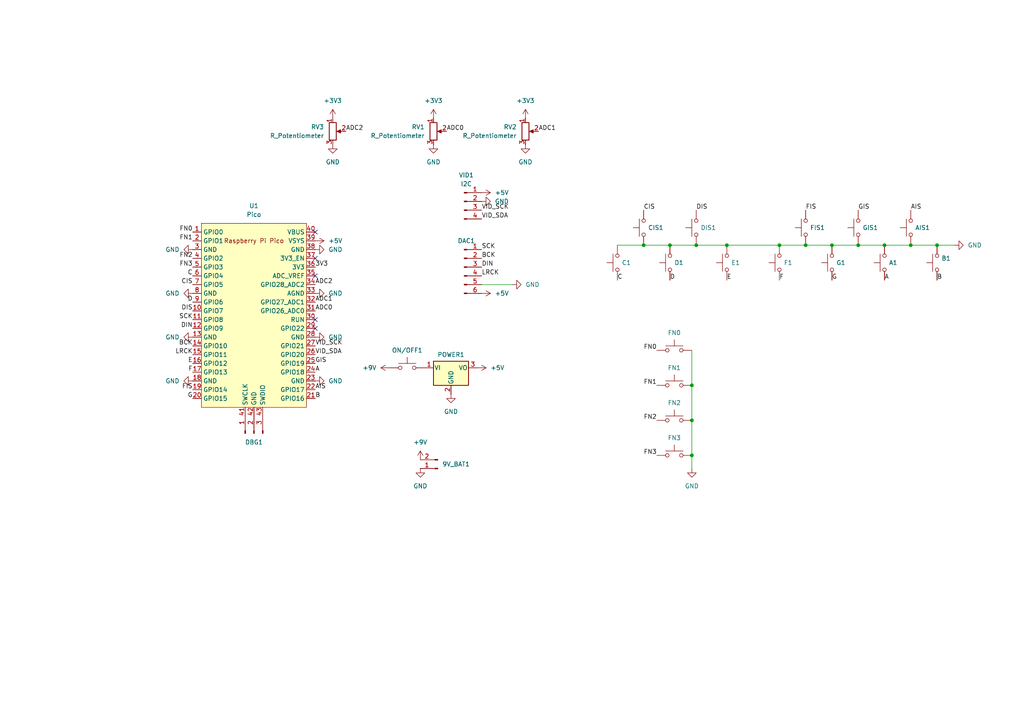
<source format=kicad_sch>
(kicad_sch (version 20231120) (generator "eeschema") (generator_version "8.0")
  (paper "A4")
  (lib_symbols
    (symbol "Connector:Conn_01x02_Pin" (pin_names (offset 1.016) hide)
      (property "Reference" "J" (at 0 2.54 0))
      (property "Value" "Conn_01x02_Pin" (at 0 -5.08 0))
      (symbol "Conn_01x02_Pin_1_1"
        (polyline (pts (xy 1.27 -2.54) (xy 0.8636 -2.54)) (stroke (width 0.1524)))
        (polyline (pts (xy 1.27 0) (xy 0.8636 0)) (stroke (width 0.1524)))
        (rectangle (start 0.8636 -2.413) (end 0 -2.667) (stroke (width 0.1524)) (fill (type outline)))
        (rectangle (start 0.8636 0.127) (end 0 -0.127) (stroke (width 0.1524)) (fill (type outline)))
        (pin passive line (at 5.08 0 180) (length 3.81) (name "Pin_1") (number "1"))
        (pin passive line (at 5.08 -2.54 180) (length 3.81) (name "Pin_2") (number "2"))
      )
    )
    (symbol "Connector:Conn_01x03_Pin" (pin_names (offset 1.016) hide)
      (property "Reference" "J" (at 0 5.08 0))
      (property "Value" "Conn_01x03_Pin" (at 0 -5.08 0))
      (symbol "Conn_01x03_Pin_1_1"
        (polyline (pts (xy 1.27 -2.54) (xy 0.8636 -2.54)) (stroke (width 0.1524)))
        (polyline (pts (xy 1.27 0) (xy 0.8636 0)) (stroke (width 0.1524)))
        (polyline (pts (xy 1.27 2.54) (xy 0.8636 2.54)) (stroke (width 0.1524)))
        (rectangle (start 0.8636 -2.413) (end 0 -2.667) (stroke (width 0.1524)) (fill (type outline)))
        (rectangle (start 0.8636 0.127) (end 0 -0.127) (stroke (width 0.1524)) (fill (type outline)))
        (rectangle (start 0.8636 2.667) (end 0 2.413) (stroke (width 0.1524)) (fill (type outline)))
        (pin passive line (at 5.08 2.54 180) (length 3.81) (name "Pin_1") (number "1"))
        (pin passive line (at 5.08 0 180) (length 3.81) (name "Pin_2") (number "2"))
        (pin passive line (at 5.08 -2.54 180) (length 3.81) (name "Pin_3") (number "3"))
      )
    )
    (symbol "Connector:Conn_01x04_Pin" (pin_names (offset 1.016) hide)
      (property "Reference" "J" (at 0 5.08 0))
      (property "Value" "Conn_01x04_Pin" (at 0 -7.62 0))
      (symbol "Conn_01x04_Pin_1_1"
        (polyline (pts (xy 1.27 -5.08) (xy 0.8636 -5.08)) (stroke (width 0.1524)))
        (polyline (pts (xy 1.27 -2.54) (xy 0.8636 -2.54)) (stroke (width 0.1524)))
        (polyline (pts (xy 1.27 0) (xy 0.8636 0)) (stroke (width 0.1524)))
        (polyline (pts (xy 1.27 2.54) (xy 0.8636 2.54)) (stroke (width 0.1524)))
        (rectangle (start 0.8636 -4.953) (end 0 -5.207) (stroke (width 0.1524)) (fill (type outline)))
        (rectangle (start 0.8636 -2.413) (end 0 -2.667) (stroke (width 0.1524)) (fill (type outline)))
        (rectangle (start 0.8636 0.127) (end 0 -0.127) (stroke (width 0.1524)) (fill (type outline)))
        (rectangle (start 0.8636 2.667) (end 0 2.413) (stroke (width 0.1524)) (fill (type outline)))
        (pin passive line (at 5.08 2.54 180) (length 3.81) (name "Pin_1") (number "1"))
        (pin passive line (at 5.08 0 180) (length 3.81) (name "Pin_2") (number "2"))
        (pin passive line (at 5.08 -2.54 180) (length 3.81) (name "Pin_3") (number "3"))
        (pin passive line (at 5.08 -5.08 180) (length 3.81) (name "Pin_4") (number "4"))
      )
    )
    (symbol "Connector:Conn_01x06_Pin" (pin_names (offset 1.016) hide)
      (property "Reference" "J" (at 0 7.62 0))
      (property "Value" "Conn_01x06_Pin" (at 0 -10.16 0))
      (symbol "Conn_01x06_Pin_1_1"
        (polyline (pts (xy 1.27 -7.62) (xy 0.8636 -7.62)) (stroke (width 0.1524)))
        (polyline (pts (xy 1.27 -5.08) (xy 0.8636 -5.08)) (stroke (width 0.1524)))
        (polyline (pts (xy 1.27 -2.54) (xy 0.8636 -2.54)) (stroke (width 0.1524)))
        (polyline (pts (xy 1.27 0) (xy 0.8636 0)) (stroke (width 0.1524)))
        (polyline (pts (xy 1.27 2.54) (xy 0.8636 2.54)) (stroke (width 0.1524)))
        (polyline (pts (xy 1.27 5.08) (xy 0.8636 5.08)) (stroke (width 0.1524)))
        (rectangle (start 0.8636 -7.493) (end 0 -7.747) (stroke (width 0.1524)) (fill (type outline)))
        (rectangle (start 0.8636 -4.953) (end 0 -5.207) (stroke (width 0.1524)) (fill (type outline)))
        (rectangle (start 0.8636 -2.413) (end 0 -2.667) (stroke (width 0.1524)) (fill (type outline)))
        (rectangle (start 0.8636 0.127) (end 0 -0.127) (stroke (width 0.1524)) (fill (type outline)))
        (rectangle (start 0.8636 2.667) (end 0 2.413) (stroke (width 0.1524)) (fill (type outline)))
        (rectangle (start 0.8636 5.207) (end 0 4.953) (stroke (width 0.1524)) (fill (type outline)))
        (pin passive line (at 5.08 5.08 180) (length 3.81) (name "Pin_1") (number "1"))
        (pin passive line (at 5.08 2.54 180) (length 3.81) (name "Pin_2") (number "2"))
        (pin passive line (at 5.08 0 180) (length 3.81) (name "Pin_3") (number "3"))
        (pin passive line (at 5.08 -2.54 180) (length 3.81) (name "Pin_4") (number "4"))
        (pin passive line (at 5.08 -5.08 180) (length 3.81) (name "Pin_5") (number "5"))
        (pin passive line (at 5.08 -7.62 180) (length 3.81) (name "Pin_6") (number "6"))
      )
    )
    (symbol "Device:R_Potentiometer" (pin_names (offset 1.016) hide)
      (property "Reference" "RV" (at -4.445 0 90))
      (property "Value" "R_Potentiometer" (at -2.54 0 90))
      (symbol "R_Potentiometer_0_1"
        (polyline (pts (xy 2.54 0) (xy 1.524 0)))
        (polyline (pts (xy 1.143 0) (xy 2.286 0.508) (xy 2.286 -0.508) (xy 1.143 0)) (fill (type outline)))
        (rectangle (start 1.016 2.54) (end -1.016 -2.54) (stroke (width 0.254)))
      )
      (symbol "R_Potentiometer_1_1"
        (pin passive line (at 0 3.81 270) (length 1.27) (name "1") (number "1"))
        (pin passive line (at 3.81 0 180) (length 1.27) (name "2") (number "2"))
        (pin passive line (at 0 -3.81 90) (length 1.27) (name "3") (number "3"))
      )
    )
    (symbol "Regulator_Linear:LM7805_TO220" (pin_names (offset 0.254))
      (property "Reference" "U" (at -3.81 3.175 0))
      (property "Value" "LM7805_TO220" (at 0 3.175 0))
      (symbol "LM7805_TO220_0_1"
        (rectangle (start -5.08 1.905) (end 5.08 -5.08) (stroke (width 0.254)) (fill (type background)))
      )
      (symbol "LM7805_TO220_1_1"
        (pin power_in line (at -7.62 0 0) (length 2.54) (name "VI") (number "1"))
        (pin power_in line (at 0 -7.62 90) (length 2.54) (name "GND") (number "2"))
        (pin power_out line (at 7.62 0 180) (length 2.54) (name "VO") (number "3"))
      )
    )
    (symbol "Switch:SW_Push" (pin_numbers hide) (pin_names (offset 1.016) hide)
      (property "Reference" "SW" (at 1.27 2.54 0))
      (property "Value" "SW_Push" (at 0 -1.524 0))
      (symbol "SW_Push_0_1"
        (circle (center -2.032 0) (radius 0.508))
        (polyline (pts (xy 0 1.27) (xy 0 3.048)))
        (polyline (pts (xy 2.54 1.27) (xy -2.54 1.27)))
        (circle (center 2.032 0) (radius 0.508))
        (pin passive line (at -5.08 0 0) (length 2.54) (name "1") (number "1"))
        (pin passive line (at 5.08 0 180) (length 2.54) (name "2") (number "2"))
      )
    )
    (symbol "pico:Pico"
      (property "Reference" "U" (at -13.97 27.94 0))
      (property "Value" "Pico" (at 0 19.05 0))
      (symbol "Pico_0_0"
        (text "Raspberry Pi Pico" (at 0 21.59 0) (effects (font (size 1.27 1.27))))
      )
      (symbol "Pico_0_1"
        (rectangle (start -15.24 26.67) (end 15.24 -26.67) (fill (type background)))
      )
      (symbol "Pico_1_1"
        (pin bidirectional line (at -17.78 24.13 0) (length 2.54) (name "GPIO0") (number "1"))
        (pin bidirectional line (at -17.78 1.27 0) (length 2.54) (name "GPIO7") (number "10"))
        (pin bidirectional line (at -17.78 -1.27 0) (length 2.54) (name "GPIO8") (number "11"))
        (pin bidirectional line (at -17.78 -3.81 0) (length 2.54) (name "GPIO9") (number "12"))
        (pin power_in line (at -17.78 -6.35 0) (length 2.54) (name "GND") (number "13"))
        (pin bidirectional line (at -17.78 -8.89 0) (length 2.54) (name "GPIO10") (number "14"))
        (pin bidirectional line (at -17.78 -11.43 0) (length 2.54) (name "GPIO11") (number "15"))
        (pin bidirectional line (at -17.78 -13.97 0) (length 2.54) (name "GPIO12") (number "16"))
        (pin bidirectional line (at -17.78 -16.51 0) (length 2.54) (name "GPIO13") (number "17"))
        (pin power_in line (at -17.78 -19.05 0) (length 2.54) (name "GND") (number "18"))
        (pin bidirectional line (at -17.78 -21.59 0) (length 2.54) (name "GPIO14") (number "19"))
        (pin bidirectional line (at -17.78 21.59 0) (length 2.54) (name "GPIO1") (number "2"))
        (pin bidirectional line (at -17.78 -24.13 0) (length 2.54) (name "GPIO15") (number "20"))
        (pin bidirectional line (at 17.78 -24.13 180) (length 2.54) (name "GPIO16") (number "21"))
        (pin bidirectional line (at 17.78 -21.59 180) (length 2.54) (name "GPIO17") (number "22"))
        (pin power_in line (at 17.78 -19.05 180) (length 2.54) (name "GND") (number "23"))
        (pin bidirectional line (at 17.78 -16.51 180) (length 2.54) (name "GPIO18") (number "24"))
        (pin bidirectional line (at 17.78 -13.97 180) (length 2.54) (name "GPIO19") (number "25"))
        (pin bidirectional line (at 17.78 -11.43 180) (length 2.54) (name "GPIO20") (number "26"))
        (pin bidirectional line (at 17.78 -8.89 180) (length 2.54) (name "GPIO21") (number "27"))
        (pin power_in line (at 17.78 -6.35 180) (length 2.54) (name "GND") (number "28"))
        (pin bidirectional line (at 17.78 -3.81 180) (length 2.54) (name "GPIO22") (number "29"))
        (pin power_in line (at -17.78 19.05 0) (length 2.54) (name "GND") (number "3"))
        (pin input line (at 17.78 -1.27 180) (length 2.54) (name "RUN") (number "30"))
        (pin bidirectional line (at 17.78 1.27 180) (length 2.54) (name "GPIO26_ADC0") (number "31"))
        (pin bidirectional line (at 17.78 3.81 180) (length 2.54) (name "GPIO27_ADC1") (number "32"))
        (pin power_in line (at 17.78 6.35 180) (length 2.54) (name "AGND") (number "33"))
        (pin bidirectional line (at 17.78 8.89 180) (length 2.54) (name "GPIO28_ADC2") (number "34"))
        (pin power_in line (at 17.78 11.43 180) (length 2.54) (name "ADC_VREF") (number "35"))
        (pin power_in line (at 17.78 13.97 180) (length 2.54) (name "3V3") (number "36"))
        (pin input line (at 17.78 16.51 180) (length 2.54) (name "3V3_EN") (number "37"))
        (pin bidirectional line (at 17.78 19.05 180) (length 2.54) (name "GND") (number "38"))
        (pin power_in line (at 17.78 21.59 180) (length 2.54) (name "VSYS") (number "39"))
        (pin bidirectional line (at -17.78 16.51 0) (length 2.54) (name "GPIO2") (number "4"))
        (pin power_in line (at 17.78 24.13 180) (length 2.54) (name "VBUS") (number "40"))
        (pin input line (at -2.54 -29.21 90) (length 2.54) (name "SWCLK") (number "41"))
        (pin power_in line (at 0 -29.21 90) (length 2.54) (name "GND") (number "42"))
        (pin bidirectional line (at 2.54 -29.21 90) (length 2.54) (name "SWDIO") (number "43"))
        (pin bidirectional line (at -17.78 13.97 0) (length 2.54) (name "GPIO3") (number "5"))
        (pin bidirectional line (at -17.78 11.43 0) (length 2.54) (name "GPIO4") (number "6"))
        (pin bidirectional line (at -17.78 8.89 0) (length 2.54) (name "GPIO5") (number "7"))
        (pin power_in line (at -17.78 6.35 0) (length 2.54) (name "GND") (number "8"))
        (pin bidirectional line (at -17.78 3.81 0) (length 2.54) (name "GPIO6") (number "9"))
      )
    )
    (symbol "power:+3V3" (power) (pin_numbers hide) (pin_names (offset 0) hide)
      (property "Value" "+3V3" (at 0 3.556 0))
      (symbol "+3V3_0_1"
        (polyline (pts (xy -0.762 1.27) (xy 0 2.54)))
        (polyline (pts (xy 0 0) (xy 0 2.54)))
        (polyline (pts (xy 0 2.54) (xy 0.762 1.27)))
      )
      (symbol "+3V3_1_1"
        (pin power_in line (at 0 0 90) (length 0) (name "~") (number "1"))
      )
    )
    (symbol "power:+5V" (power) (pin_numbers hide) (pin_names (offset 0) hide)
      (property "Value" "+5V" (at 0 3.556 0))
      (symbol "+5V_0_1"
        (polyline (pts (xy -0.762 1.27) (xy 0 2.54)))
        (polyline (pts (xy 0 0) (xy 0 2.54)))
        (polyline (pts (xy 0 2.54) (xy 0.762 1.27)))
      )
      (symbol "+5V_1_1"
        (pin power_in line (at 0 0 90) (length 0) (name "~") (number "1"))
      )
    )
    (symbol "power:+9V" (power) (pin_numbers hide) (pin_names (offset 0) hide)
      (property "Value" "+9V" (at 0 3.556 0))
      (symbol "+9V_0_1"
        (polyline (pts (xy -0.762 1.27) (xy 0 2.54)))
        (polyline (pts (xy 0 0) (xy 0 2.54)))
        (polyline (pts (xy 0 2.54) (xy 0.762 1.27)))
      )
      (symbol "+9V_1_1"
        (pin power_in line (at 0 0 90) (length 0) (name "~") (number "1"))
      )
    )
    (symbol "power:GND" (power) (pin_numbers hide) (pin_names (offset 0) hide)
      (property "Value" "GND" (at 0 -3.81 0))
      (symbol "GND_0_1"
        (polyline (pts (xy 0 0) (xy 0 -1.27) (xy 1.27 -1.27) (xy 0 -2.54) (xy -1.27 -1.27) (xy 0 -1.27)))
      )
      (symbol "GND_1_1"
        (pin power_in line (at 0 0 270) (length 0) (name "~") (number "1"))
      )
    )
  )
  (junction (at 200.66 121.92))
  (junction (at 194.31 71.12))
  (junction (at 248.92 71.12))
  (junction (at 233.68 71.12))
  (junction (at 264.16 71.12))
  (junction (at 200.66 132.08))
  (junction (at 256.54 71.12))
  (junction (at 271.78 71.12))
  (junction (at 226.06 71.12))
  (junction (at 186.69 71.12))
  (junction (at 241.3 71.12))
  (junction (at 210.82 71.12))
  (junction (at 201.93 71.12))
  (junction (at 200.66 111.76))
  (no_connect (at 91.44 92.71))
  (no_connect (at 91.44 67.31))
  (no_connect (at 91.44 80.01))
  (no_connect (at 91.44 74.93))
  (no_connect (at 91.44 95.25))
  (wire (pts (xy 186.69 71.12) (xy 194.31 71.12)))
  (wire (pts (xy 271.78 71.12) (xy 276.86 71.12)))
  (wire (pts (xy 233.68 71.12) (xy 241.3 71.12)))
  (wire (pts (xy 200.66 121.92) (xy 200.66 132.08)))
  (wire (pts (xy 226.06 71.12) (xy 233.68 71.12)))
  (wire (pts (xy 248.92 71.12) (xy 256.54 71.12)))
  (wire (pts (xy 179.07 71.12) (xy 186.69 71.12)))
  (wire (pts (xy 200.66 101.6) (xy 200.66 111.76)))
  (wire (pts (xy 139.7 82.55) (xy 148.59 82.55)))
  (wire (pts (xy 201.93 71.12) (xy 210.82 71.12)))
  (wire (pts (xy 241.3 71.12) (xy 248.92 71.12)))
  (wire (pts (xy 200.66 111.76) (xy 200.66 121.92)))
  (wire (pts (xy 264.16 71.12) (xy 271.78 71.12)))
  (wire (pts (xy 210.82 71.12) (xy 226.06 71.12)))
  (wire (pts (xy 200.66 132.08) (xy 200.66 135.89)))
  (wire (pts (xy 194.31 71.12) (xy 201.93 71.12)))
  (wire (pts (xy 256.54 71.12) (xy 264.16 71.12)))
  (label "FN0" (at 190.5 101.6 180))
  (label "E" (at 210.82 81.28 0))
  (label "SCK" (at 55.88 92.71 180))
  (label "LRCK" (at 139.7 80.01 0))
  (label "CIS" (at 186.69 60.96 0))
  (label "FN3" (at 55.88 77.47 180))
  (label "ADC0" (at 129.54 38.1 0))
  (label "VID_SCK" (at 91.44 100.33 0))
  (label "SCK" (at 139.7 72.39 0))
  (label "ADC0" (at 91.44 90.17 0))
  (label "B" (at 271.78 81.28 0))
  (label "A" (at 91.44 107.95 0))
  (label "FN0" (at 55.88 67.31 180))
  (label "F" (at 55.88 107.95 180))
  (label "E" (at 55.88 105.41 180))
  (label "GIS" (at 91.44 105.41 0))
  (label "VID_SCK" (at 139.7 60.96 0))
  (label "C" (at 55.88 80.01 180))
  (label "LRCK" (at 55.88 102.87 180))
  (label "A" (at 256.54 81.28 0))
  (label "AIS" (at 91.44 113.03 0))
  (label "VID_SDA" (at 91.44 102.87 0))
  (label "FN2" (at 55.88 74.93 180))
  (label "FN3" (at 190.5 132.08 180))
  (label "B" (at 91.44 115.57 0))
  (label "FN1" (at 55.88 69.85 180))
  (label "D" (at 55.88 87.63 180))
  (label "DIS" (at 55.88 90.17 180))
  (label "FN2" (at 190.5 121.92 180))
  (label "DIN" (at 139.7 77.47 0))
  (label "G" (at 241.3 81.28 0))
  (label "FN1" (at 190.5 111.76 180))
  (label "BCK" (at 55.88 100.33 180))
  (label "F" (at 226.06 81.28 0))
  (label "GIS" (at 248.92 60.96 0))
  (label "BCK" (at 139.7 74.93 0))
  (label "C" (at 179.07 81.28 0))
  (label "CIS" (at 55.88 82.55 180))
  (label "ADC2" (at 91.44 82.55 0))
  (label "DIN" (at 55.88 95.25 180))
  (label "3V3" (at 91.44 77.47 0))
  (label "D" (at 194.31 81.28 0))
  (label "G" (at 55.88 115.57 180))
  (label "DIS" (at 201.93 60.96 0))
  (label "AIS" (at 264.16 60.96 0))
  (label "ADC1" (at 156.21 38.1 0))
  (label "FIS" (at 233.68 60.96 0))
  (label "FIS" (at 55.88 113.03 180))
  (label "ADC2" (at 100.33 38.1 0))
  (label "VID_SDA" (at 139.7 63.5 0))
  (label "ADC1" (at 91.44 87.63 0))
  (symbol (lib_id "power:GND") (at 276.86 71.12 90) (unit 1)
    (property "Reference" "#PWR010" (effects (hide yes)))
    (property "Value" "GND" (at 280.67 71.1199 90) (effects (justify right)))
    (property "Description" "Power symbol creates a global label with name \"GND\" , ground" (effects (hide yes)))
  )
  (symbol (lib_id "power:GND") (at 91.44 72.39 90) (unit 1)
    (property "Reference" "#PWR015" (effects (hide yes)))
    (property "Value" "GND" (at 95.25 72.3899 90) (effects (justify right)))
    (property "Description" "Power symbol creates a global label with name \"GND\" , ground" (effects (hide yes)))
  )
  (symbol (lib_id "Regulator_Linear:LM7805_TO220") (at 130.81 106.68 0) (unit 1)
    (property "Reference" "POWER1" (at 130.81 102.87 0))
    (property "Value" "LM7805_TO220" (effects (hide yes)))
    (property "Footprint" "Package_TO_SOT_THT:TO-220-3_Horizontal_TabDown" (effects (hide yes)))
    (property "Datasheet" "https://www.onsemi.cn/PowerSolutions/document/MC7800-D.PDF" (effects (hide yes)))
    (property "Description" "Positive 1A 35V Linear Regulator, Fixed Output 5V, TO-220" (effects (hide yes)))
  )
  (symbol (lib_id "power:+3V3") (at 96.52 34.29 0) (unit 1)
    (property "Reference" "#PWR019" (effects (hide yes)))
    (property "Value" "+3V3" (at 96.52 29.21 0))
    (property "Description" "Power symbol creates a global label with name \"+3V3\"" (effects (hide yes)))
  )
  (symbol (lib_id "power:+3V3") (at 125.73 34.29 0) (unit 1)
    (property "Reference" "#PWR021" (effects (hide yes)))
    (property "Value" "+3V3" (at 125.73 29.21 0))
    (property "Description" "Power symbol creates a global label with name \"+3V3\"" (effects (hide yes)))
  )
  (symbol (lib_id "power:GND") (at 55.88 97.79 270) (unit 1)
    (property "Reference" "#PWR01" (effects (hide yes)))
    (property "Value" "GND" (at 52.07 97.7899 90) (effects (justify right)))
    (property "Description" "Power symbol creates a global label with name \"GND\" , ground" (effects (hide yes)))
  )
  (symbol (lib_id "Switch:SW_Push") (at 186.69 66.04 90) (unit 1)
    (property "Reference" "CIS1" (at 187.96 66.0399 90) (effects (justify right)))
    (property "Value" "SW_Push" (effects (hide yes)))
    (property "Footprint" "rytmos:KAILH_MUTE" (effects (hide yes)))
    (property "Description" "Push button switch, generic, two pins" (effects (hide yes)))
  )
  (symbol (lib_id "Switch:SW_Push") (at 210.82 76.2 90) (unit 1)
    (property "Reference" "E1" (at 212.09 76.1999 90) (effects (justify right)))
    (property "Value" "SW_Push" (effects (hide yes)))
    (property "Footprint" "rytmos:KAILH_MUTE" (effects (hide yes)))
    (property "Description" "Push button switch, generic, two pins" (effects (hide yes)))
  )
  (symbol (lib_id "power:GND") (at 55.88 85.09 270) (unit 1)
    (property "Reference" "#PWR016" (effects (hide yes)))
    (property "Value" "GND" (at 52.07 85.0899 90) (effects (justify right)))
    (property "Description" "Power symbol creates a global label with name \"GND\" , ground" (effects (hide yes)))
  )
  (symbol (lib_id "Switch:SW_Push") (at 195.58 132.08 0) (unit 1)
    (property "Reference" "FN3" (at 195.58 127 0))
    (property "Value" "SW_Push" (effects (hide yes)))
    (property "Footprint" "rytmos:KAILH_MUTE" (effects (hide yes)))
    (property "Description" "Push button switch, generic, two pins" (effects (hide yes)))
  )
  (symbol (lib_id "power:GND") (at 130.81 114.3 0) (unit 1)
    (property "Reference" "#PWR07" (effects (hide yes)))
    (property "Value" "GND" (at 130.81 119.38 0))
    (property "Description" "Power symbol creates a global label with name \"GND\" , ground" (effects (hide yes)))
  )
  (symbol (lib_id "pico:Pico") (at 73.66 91.44 0) (unit 1)
    (property "Reference" "U1" (at 73.66 59.69 0))
    (property "Value" "Pico" (at 73.66 62.23 0))
    (property "Footprint" "MCU_RaspberryPi_and_Boards:RPi_Pico_SMD_TH" (effects (hide yes)))
  )
  (symbol (lib_id "Switch:SW_Push") (at 194.31 76.2 90) (unit 1)
    (property "Reference" "D1" (at 195.58 76.1999 90) (effects (justify right)))
    (property "Value" "SW_Push" (effects (hide yes)))
    (property "Footprint" "rytmos:KAILH_MUTE" (effects (hide yes)))
    (property "Description" "Push button switch, generic, two pins" (effects (hide yes)))
  )
  (symbol (lib_id "power:+5V") (at 139.7 55.88 270) (unit 1)
    (property "Reference" "#PWR025" (effects (hide yes)))
    (property "Value" "+5V" (at 143.51 55.8799 90) (effects (justify left)))
    (property "Description" "Power symbol creates a global label with name \"+5V\"" (effects (hide yes)))
  )
  (symbol (lib_id "Device:R_Potentiometer") (at 125.73 38.1 0) (unit 1)
    (property "Reference" "RV1" (at 123.19 36.8299 0) (effects (justify right)))
    (property "Value" "R_Potentiometer" (at 123.19 39.3699 0) (effects (justify right)))
    (property "Footprint" "Connector_PinHeader_2.54mm:PinHeader_1x03_P2.54mm_Vertical" (effects (hide yes)))
    (property "Description" "Potentiometer" (effects (hide yes)))
  )
  (symbol (lib_id "Switch:SW_Push") (at 195.58 111.76 0) (unit 1)
    (property "Reference" "FN1" (at 195.58 106.68 0))
    (property "Value" "SW_Push" (effects (hide yes)))
    (property "Footprint" "rytmos:KAILH_MUTE" (effects (hide yes)))
    (property "Description" "Push button switch, generic, two pins" (effects (hide yes)))
  )
  (symbol (lib_id "power:GND") (at 91.44 97.79 90) (unit 1)
    (property "Reference" "#PWR03" (effects (hide yes)))
    (property "Value" "GND" (at 95.25 97.7899 90) (effects (justify right)))
    (property "Description" "Power symbol creates a global label with name \"GND\" , ground" (effects (hide yes)))
  )
  (symbol (lib_id "Connector:Conn_01x06_Pin") (at 134.62 77.47 0) (unit 1)
    (property "Reference" "DAC1" (at 135.255 69.85 0))
    (property "Value" "DAC" (effects (hide yes)))
    (property "Footprint" "rytmos:PCM5102_BREAKOUT" (effects (hide yes)))
    (property "Description" "Generic connector, single row, 01x06, script generated" (effects (hide yes)))
  )
  (symbol (lib_id "Switch:SW_Push") (at 233.68 66.04 90) (unit 1)
    (property "Reference" "FIS1" (at 234.95 66.0399 90) (effects (justify right)))
    (property "Value" "SW_Push" (effects (hide yes)))
    (property "Footprint" "rytmos:KAILH_MUTE" (effects (hide yes)))
    (property "Description" "Push button switch, generic, two pins" (effects (hide yes)))
  )
  (symbol (lib_id "power:GND") (at 96.52 41.91 0) (unit 1)
    (property "Reference" "#PWR020" (effects (hide yes)))
    (property "Value" "GND" (at 96.52 46.99 0))
    (property "Description" "Power symbol creates a global label with name \"GND\" , ground" (effects (hide yes)))
  )
  (symbol (lib_id "power:GND") (at 152.4 41.91 0) (unit 1)
    (property "Reference" "#PWR024" (effects (hide yes)))
    (property "Value" "GND" (at 152.4 46.99 0))
    (property "Description" "Power symbol creates a global label with name \"GND\" , ground" (effects (hide yes)))
  )
  (symbol (lib_id "power:+9V") (at 121.92 133.35 0) (unit 1)
    (property "Reference" "#PWR04" (effects (hide yes)))
    (property "Value" "+9V" (at 121.92 128.27 0))
    (property "Description" "Power symbol creates a global label with name \"+9V\"" (effects (hide yes)))
  )
  (symbol (lib_id "Switch:SW_Push") (at 264.16 66.04 90) (unit 1)
    (property "Reference" "AIS1" (at 265.43 66.0399 90) (effects (justify right)))
    (property "Value" "SW_Push" (effects (hide yes)))
    (property "Footprint" "rytmos:KAILH_MUTE" (effects (hide yes)))
    (property "Description" "Push button switch, generic, two pins" (effects (hide yes)))
  )
  (symbol (lib_id "Switch:SW_Push") (at 195.58 121.92 0) (unit 1)
    (property "Reference" "FN2" (at 195.58 116.84 0))
    (property "Value" "SW_Push" (effects (hide yes)))
    (property "Footprint" "rytmos:KAILH_MUTE" (effects (hide yes)))
    (property "Description" "Push button switch, generic, two pins" (effects (hide yes)))
  )
  (symbol (lib_id "Switch:SW_Push") (at 201.93 66.04 90) (unit 1)
    (property "Reference" "DIS1" (at 203.2 66.0399 90) (effects (justify right)))
    (property "Value" "SW_Push" (effects (hide yes)))
    (property "Footprint" "rytmos:KAILH_MUTE" (effects (hide yes)))
    (property "Description" "Push button switch, generic, two pins" (effects (hide yes)))
  )
  (symbol (lib_id "Switch:SW_Push") (at 118.11 106.68 0) (unit 1)
    (property "Reference" "ON/OFF1" (at 118.11 101.6 0))
    (property "Value" "SW_Push" (effects (hide yes)))
    (property "Footprint" "Connector_PinHeader_2.54mm:PinHeader_1x03_P2.54mm_Vertical" (effects (hide yes)))
    (property "Description" "Push button switch, generic, two pins" (effects (hide yes)))
  )
  (symbol (lib_id "power:GND") (at 200.66 135.89 0) (unit 1)
    (property "Reference" "#PWR011" (effects (hide yes)))
    (property "Value" "GND" (at 200.66 140.97 0))
    (property "Description" "Power symbol creates a global label with name \"GND\" , ground" (effects (hide yes)))
  )
  (symbol (lib_id "Switch:SW_Push") (at 241.3 76.2 90) (unit 1)
    (property "Reference" "G1" (at 242.57 76.1999 90) (effects (justify right)))
    (property "Value" "SW_Push" (effects (hide yes)))
    (property "Footprint" "rytmos:KAILH_MUTE" (effects (hide yes)))
    (property "Description" "Push button switch, generic, two pins" (effects (hide yes)))
  )
  (symbol (lib_id "power:GND") (at 91.44 85.09 90) (unit 1)
    (property "Reference" "#PWR017" (effects (hide yes)))
    (property "Value" "GND" (at 95.25 85.0899 90) (effects (justify right)))
    (property "Description" "Power symbol creates a global label with name \"GND\" , ground" (effects (hide yes)))
  )
  (symbol (lib_id "Switch:SW_Push") (at 195.58 101.6 0) (unit 1)
    (property "Reference" "FN0" (at 195.58 96.52 0))
    (property "Value" "SW_Push" (effects (hide yes)))
    (property "Footprint" "rytmos:KAILH_MUTE" (effects (hide yes)))
    (property "Description" "Push button switch, generic, two pins" (effects (hide yes)))
  )
  (symbol (lib_id "Switch:SW_Push") (at 248.92 66.04 90) (unit 1)
    (property "Reference" "GIS1" (at 250.19 66.0399 90) (effects (justify right)))
    (property "Value" "SW_Push" (effects (hide yes)))
    (property "Footprint" "rytmos:KAILH_MUTE" (effects (hide yes)))
    (property "Description" "Push button switch, generic, two pins" (effects (hide yes)))
  )
  (symbol (lib_id "Device:R_Potentiometer") (at 152.4 38.1 0) (unit 1)
    (property "Reference" "RV2" (at 149.86 36.8299 0) (effects (justify right)))
    (property "Value" "R_Potentiometer" (at 149.86 39.3699 0) (effects (justify right)))
    (property "Footprint" "Connector_PinHeader_2.54mm:PinHeader_1x03_P2.54mm_Vertical" (effects (hide yes)))
    (property "Description" "Potentiometer" (effects (hide yes)))
  )
  (symbol (lib_id "power:+3V3") (at 152.4 34.29 0) (unit 1)
    (property "Reference" "#PWR023" (effects (hide yes)))
    (property "Value" "+3V3" (at 152.4 29.21 0))
    (property "Description" "Power symbol creates a global label with name \"+3V3\"" (effects (hide yes)))
  )
  (symbol (lib_id "Device:R_Potentiometer") (at 96.52 38.1 0) (unit 1)
    (property "Reference" "RV3" (at 93.98 36.8299 0) (effects (justify right)))
    (property "Value" "R_Potentiometer" (at 93.98 39.3699 0) (effects (justify right)))
    (property "Footprint" "Connector_PinHeader_2.54mm:PinHeader_1x03_P2.54mm_Vertical" (effects (hide yes)))
    (property "Description" "Potentiometer" (effects (hide yes)))
  )
  (symbol (lib_id "power:GND") (at 139.7 58.42 90) (unit 1)
    (property "Reference" "#PWR026" (effects (hide yes)))
    (property "Value" "GND" (at 143.51 58.4199 90) (effects (justify right)))
    (property "Description" "Power symbol creates a global label with name \"GND\" , ground" (effects (hide yes)))
  )
  (symbol (lib_id "Connector:Conn_01x02_Pin") (at 127 135.89 180) (unit 1)
    (property "Reference" "9V_BAT1" (at 128.27 134.6199 0) (effects (justify right)))
    (property "Value" "Conn_01x02_Pin" (effects (hide yes)))
    (property "Footprint" "Connector_PinSocket_2.54mm:PinSocket_1x02_P2.54mm_Vertical" (effects (hide yes)))
    (property "Description" "Generic connector, single row, 01x02, script generated" (effects (hide yes)))
  )
  (symbol (lib_id "power:+5V") (at 138.43 106.68 270) (unit 1)
    (property "Reference" "#PWR08" (effects (hide yes)))
    (property "Value" "+5V" (at 142.24 106.6799 90) (effects (justify left)))
    (property "Description" "Power symbol creates a global label with name \"+5V\"" (effects (hide yes)))
  )
  (symbol (lib_id "Connector:Conn_01x04_Pin") (at 134.62 58.42 0) (unit 1)
    (property "Reference" "VID1" (at 135.255 50.8 0))
    (property "Value" "I2C" (at 135.255 53.34 0))
    (property "Footprint" "Connector_PinHeader_2.54mm:PinHeader_1x04_P2.54mm_Vertical" (effects (hide yes)))
    (property "Description" "Generic connector, single row, 01x04, script generated" (effects (hide yes)))
  )
  (symbol (lib_id "Switch:SW_Push") (at 179.07 76.2 90) (unit 1)
    (property "Reference" "C1" (at 180.34 76.1999 90) (effects (justify right)))
    (property "Value" "SW_Push" (effects (hide yes)))
    (property "Footprint" "rytmos:KAILH_MUTE" (effects (hide yes)))
    (property "Description" "Push button switch, generic, two pins" (effects (hide yes)))
  )
  (symbol (lib_id "power:GND") (at 148.59 82.55 90) (unit 1)
    (property "Reference" "#PWR09" (effects (hide yes)))
    (property "Value" "GND" (at 152.4 82.5499 90) (effects (justify right)))
    (property "Description" "Power symbol creates a global label with name \"GND\" , ground" (effects (hide yes)))
  )
  (symbol (lib_id "Switch:SW_Push") (at 271.78 76.2 90) (unit 1)
    (property "Reference" "B1" (at 273.05 74.9299 90) (effects (justify right)))
    (property "Value" "SW_Push" (effects (hide yes)))
    (property "Footprint" "rytmos:KAILH_MUTE" (effects (hide yes)))
    (property "Description" "Push button switch, generic, two pins" (effects (hide yes)))
  )
  (symbol (lib_id "power:GND") (at 125.73 41.91 0) (unit 1)
    (property "Reference" "#PWR022" (effects (hide yes)))
    (property "Value" "GND" (at 125.73 46.99 0))
    (property "Description" "Power symbol creates a global label with name \"GND\" , ground" (effects (hide yes)))
  )
  (symbol (lib_id "Switch:SW_Push") (at 226.06 76.2 90) (unit 1)
    (property "Reference" "F1" (at 227.33 76.1999 90) (effects (justify right)))
    (property "Value" "SW_Push" (effects (hide yes)))
    (property "Footprint" "rytmos:KAILH_MUTE" (effects (hide yes)))
    (property "Description" "Push button switch, generic, two pins" (effects (hide yes)))
  )
  (symbol (lib_id "power:GND") (at 55.88 110.49 270) (unit 1)
    (property "Reference" "#PWR013" (effects (hide yes)))
    (property "Value" "GND" (at 52.07 110.4899 90) (effects (justify right)))
    (property "Description" "Power symbol creates a global label with name \"GND\" , ground" (effects (hide yes)))
  )
  (symbol (lib_id "power:+5V") (at 91.44 69.85 270) (unit 1)
    (property "Reference" "#PWR02" (effects (hide yes)))
    (property "Value" "+5V" (at 95.25 69.8499 90) (effects (justify left)))
    (property "Description" "Power symbol creates a global label with name \"+5V\"" (effects (hide yes)))
  )
  (symbol (lib_id "power:+5V") (at 139.7 85.09 270) (unit 1)
    (property "Reference" "#PWR018" (effects (hide yes)))
    (property "Value" "+5V" (at 143.51 85.0899 90) (effects (justify left)))
    (property "Description" "Power symbol creates a global label with name \"+5V\"" (effects (hide yes)))
  )
  (symbol (lib_id "power:+9V") (at 113.03 106.68 90) (unit 1)
    (property "Reference" "#PWR06" (effects (hide yes)))
    (property "Value" "+9V" (at 109.22 106.6799 90) (effects (justify left)))
    (property "Description" "Power symbol creates a global label with name \"+9V\"" (effects (hide yes)))
  )
  (symbol (lib_id "power:GND") (at 55.88 72.39 270) (unit 1)
    (property "Reference" "#PWR012" (effects (hide yes)))
    (property "Value" "GND" (at 52.07 72.3899 90) (effects (justify right)))
    (property "Description" "Power symbol creates a global label with name \"GND\" , ground" (effects (hide yes)))
  )
  (symbol (lib_id "Connector:Conn_01x03_Pin") (at 73.66 125.73 90) (unit 1)
    (property "Reference" "DBG1" (at 73.66 128.27 90))
    (property "Value" "Conn_01x03_Pin" (effects (hide yes)))
    (property "Footprint" "Connector_PinSocket_2.54mm:PinSocket_1x03_P2.54mm_Vertical" (effects (hide yes)))
    (property "Description" "Generic connector, single row, 01x03, script generated" (effects (hide yes)))
  )
  (symbol (lib_id "Switch:SW_Push") (at 256.54 76.2 90) (unit 1)
    (property "Reference" "A1" (at 257.81 76.1999 90) (effects (justify right)))
    (property "Value" "SW_Push" (effects (hide yes)))
    (property "Footprint" "rytmos:KAILH_MUTE" (effects (hide yes)))
    (property "Description" "Push button switch, generic, two pins" (effects (hide yes)))
  )
  (symbol (lib_id "power:GND") (at 121.92 135.89 0) (unit 1)
    (property "Reference" "#PWR05" (effects (hide yes)))
    (property "Value" "GND" (at 121.92 140.97 0))
    (property "Description" "Power symbol creates a global label with name \"GND\" , ground" (effects (hide yes)))
  )
  (symbol (lib_id "power:GND") (at 91.44 110.49 90) (unit 1)
    (property "Reference" "#PWR014" (effects (hide yes)))
    (property "Value" "GND" (at 95.25 110.4899 90) (effects (justify right)))
    (property "Description" "Power symbol creates a global label with name \"GND\" , ground" (effects (hide yes)))
  )
)
</source>
